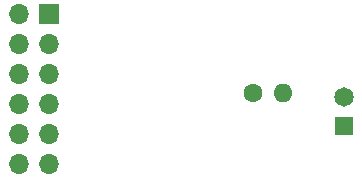
<source format=gbr>
%TF.GenerationSoftware,KiCad,Pcbnew,7.0.9*%
%TF.CreationDate,2024-01-17T02:10:25+09:00*%
%TF.ProjectId,Pmod_CAN,506d6f64-5f43-4414-9e2e-6b696361645f,rev?*%
%TF.SameCoordinates,Original*%
%TF.FileFunction,Soldermask,Bot*%
%TF.FilePolarity,Negative*%
%FSLAX46Y46*%
G04 Gerber Fmt 4.6, Leading zero omitted, Abs format (unit mm)*
G04 Created by KiCad (PCBNEW 7.0.9) date 2024-01-17 02:10:25*
%MOMM*%
%LPD*%
G01*
G04 APERTURE LIST*
%ADD10R,1.700000X1.700000*%
%ADD11O,1.700000X1.700000*%
%ADD12C,1.600000*%
%ADD13O,1.600000X1.600000*%
%ADD14R,1.650000X1.650000*%
%ADD15C,1.650000*%
G04 APERTURE END LIST*
D10*
%TO.C,J2*%
X139573000Y-91821000D03*
D11*
X139573000Y-94361000D03*
X139573000Y-96901000D03*
X139573000Y-99441000D03*
X139573000Y-101981000D03*
X139573000Y-104521000D03*
X137033000Y-91821000D03*
X137033000Y-94361000D03*
X137033000Y-96901000D03*
X137033000Y-99441000D03*
X137033000Y-101981000D03*
X137033000Y-104521000D03*
%TD*%
D12*
%TO.C,R1*%
X156864000Y-98552000D03*
D13*
X159404000Y-98552000D03*
%TD*%
D14*
%TO.C,J1*%
X164592000Y-101346000D03*
D15*
X164592000Y-98846000D03*
%TD*%
M02*

</source>
